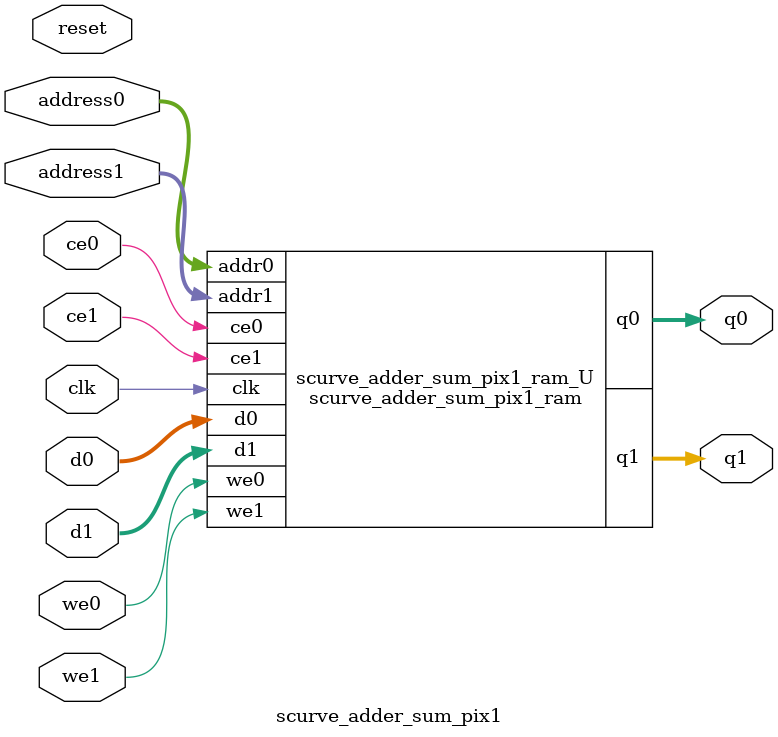
<source format=v>

`timescale 1 ns / 1 ps
module scurve_adder_sum_pix1_ram (addr0, ce0, d0, we0, q0, addr1, ce1, d1, we1, q1,  clk);

parameter DWIDTH = 32;
parameter AWIDTH = 3;
parameter MEM_SIZE = 8;

input[AWIDTH-1:0] addr0;
input ce0;
input[DWIDTH-1:0] d0;
input we0;
output reg[DWIDTH-1:0] q0;
input[AWIDTH-1:0] addr1;
input ce1;
input[DWIDTH-1:0] d1;
input we1;
output reg[DWIDTH-1:0] q1;
input clk;

(* ram_style = "block" *)reg [DWIDTH-1:0] ram[MEM_SIZE-1:0];




always @(posedge clk)  
begin 
    if (ce0) 
    begin
        if (we0) 
        begin 
            ram[addr0] <= d0; 
            q0 <= d0;
        end 
        else 
            q0 <= ram[addr0];
    end
end


always @(posedge clk)  
begin 
    if (ce1) 
    begin
        if (we1) 
        begin 
            ram[addr1] <= d1; 
            q1 <= d1;
        end 
        else 
            q1 <= ram[addr1];
    end
end


endmodule


`timescale 1 ns / 1 ps
module scurve_adder_sum_pix1(
    reset,
    clk,
    address0,
    ce0,
    we0,
    d0,
    q0,
    address1,
    ce1,
    we1,
    d1,
    q1);

parameter DataWidth = 32'd32;
parameter AddressRange = 32'd8;
parameter AddressWidth = 32'd3;
input reset;
input clk;
input[AddressWidth - 1:0] address0;
input ce0;
input we0;
input[DataWidth - 1:0] d0;
output[DataWidth - 1:0] q0;
input[AddressWidth - 1:0] address1;
input ce1;
input we1;
input[DataWidth - 1:0] d1;
output[DataWidth - 1:0] q1;



scurve_adder_sum_pix1_ram scurve_adder_sum_pix1_ram_U(
    .clk( clk ),
    .addr0( address0 ),
    .ce0( ce0 ),
    .d0( d0 ),
    .we0( we0 ),
    .q0( q0 ),
    .addr1( address1 ),
    .ce1( ce1 ),
    .d1( d1 ),
    .we1( we1 ),
    .q1( q1 ));

endmodule


</source>
